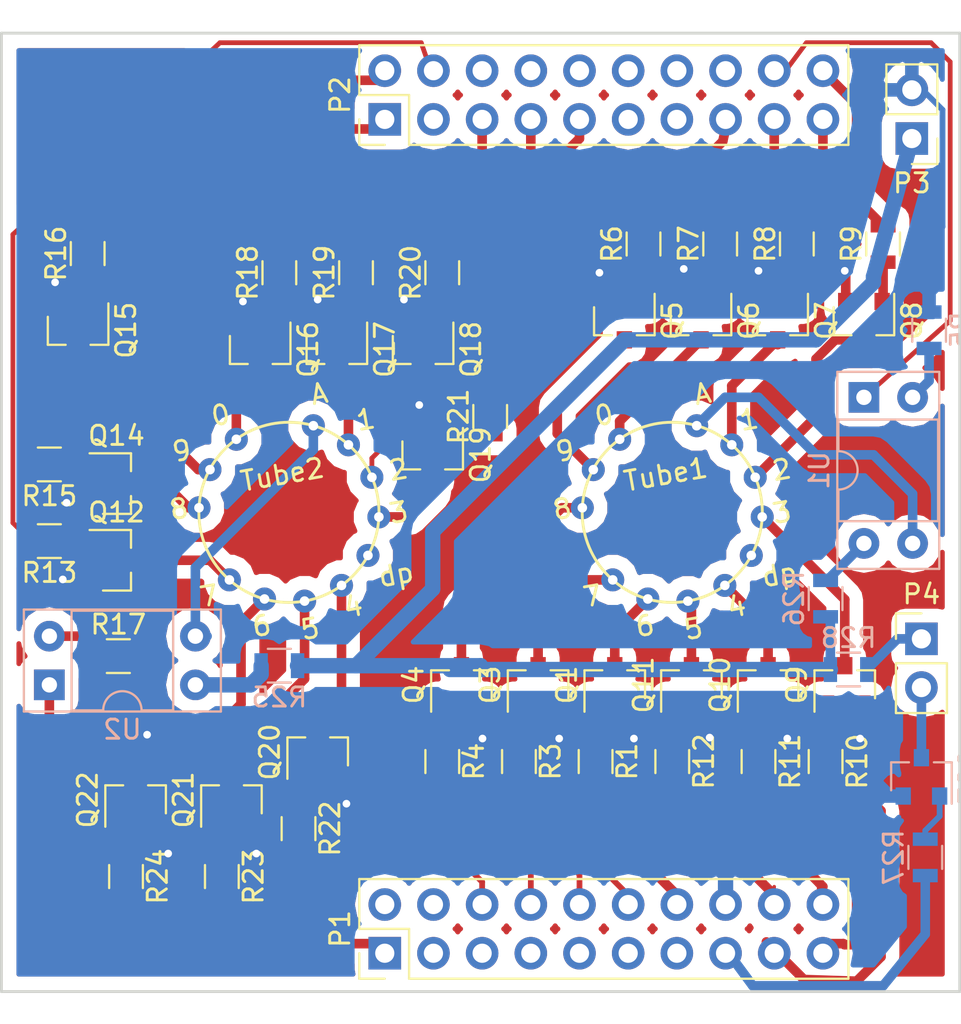
<source format=kicad_pcb>
(kicad_pcb (version 4) (host pcbnew 4.0.4-stable)
  (layers (0 F.Cu signal) (31 B.Cu signal hide) (34 B.Paste user) (35 F.Paste user) (36 B.SilkS user) (37 F.SilkS user) (38 B.Mask user) (39 F.Mask user) (44 Edge.Cuts user))
  (net 0 "")
  (net 1 "Net-(Q1-Pad1)")
  (net 2 GND)
  (net 3 "Net-(Q1-Pad3)")
  (net 4 "Net-(Q3-Pad1)")
  (net 5 "Net-(Q3-Pad3)")
  (net 6 "Net-(Q4-Pad1)")
  (net 7 "Net-(Q4-Pad3)")
  (net 8 "Net-(Q5-Pad1)")
  (net 9 "Net-(Q5-Pad3)")
  (net 10 "Net-(Q6-Pad1)")
  (net 11 "Net-(Q6-Pad3)")
  (net 12 "Net-(Q7-Pad1)")
  (net 13 "Net-(Q7-Pad3)")
  (net 14 "Net-(Q8-Pad1)")
  (net 15 "Net-(Q8-Pad3)")
  (net 16 "Net-(Q9-Pad1)")
  (net 17 "Net-(Q9-Pad3)")
  (net 18 "Net-(Q10-Pad1)")
  (net 19 "Net-(Q10-Pad3)")
  (net 20 "Net-(Q11-Pad1)")
  (net 21 "Net-(Q11-Pad3)")
  (net 22 "Net-(R5-Pad1)")
  (net 23 "Net-(Tube1-Pad12)")
  (net 24 VAA)
  (net 25 "Net-(P1-Pad2)")
  (net 26 "Net-(P1-Pad3)")
  (net 27 "Net-(P1-Pad5)")
  (net 28 "Net-(P1-Pad7)")
  (net 29 "Net-(P1-Pad9)")
  (net 30 "Net-(P1-Pad11)")
  (net 31 "Net-(P1-Pad13)")
  (net 32 "Net-(P2-Pad1)")
  (net 33 "Net-(P2-Pad5)")
  (net 34 "Net-(P2-Pad6)")
  (net 35 "Net-(P2-Pad8)")
  (net 36 "Net-(P2-Pad10)")
  (net 37 "Net-(P2-Pad12)")
  (net 38 "Net-(P2-Pad14)")
  (net 39 "Net-(P2-Pad15)")
  (net 40 "Net-(P2-Pad16)")
  (net 41 "Net-(Q12-Pad1)")
  (net 42 "Net-(Q12-Pad3)")
  (net 43 "Net-(Q14-Pad1)")
  (net 44 "Net-(Q14-Pad3)")
  (net 45 "Net-(Q15-Pad1)")
  (net 46 "Net-(Q15-Pad3)")
  (net 47 "Net-(Q16-Pad1)")
  (net 48 "Net-(Q16-Pad3)")
  (net 49 "Net-(Q17-Pad1)")
  (net 50 "Net-(Q17-Pad3)")
  (net 51 "Net-(Q18-Pad1)")
  (net 52 "Net-(Q18-Pad3)")
  (net 53 "Net-(Q19-Pad1)")
  (net 54 "Net-(Q19-Pad3)")
  (net 55 "Net-(Q20-Pad1)")
  (net 56 "Net-(Q20-Pad3)")
  (net 57 "Net-(Q21-Pad1)")
  (net 58 "Net-(Q21-Pad3)")
  (net 59 "Net-(Q22-Pad1)")
  (net 60 "Net-(Q22-Pad3)")
  (net 61 "Net-(R17-Pad1)")
  (net 62 "Net-(Tube2-Pad12)")
  (net 63 "Net-(R25-Pad1)")
  (net 64 "Net-(R26-Pad1)")
  (net 65 "Net-(Q23-Pad1)")
  (net 66 "Net-(P4-Pad2)")
  (net 67 "Net-(P4-Pad1)")
  (net 68 /2or54)
  (net 69 /5or56)
  (net 70 /7or58)
  (net 71 /15or66)
  (net 72 /17or68)
  (net 73 /19or70)
  (net 74 /21or71)
  (net 75 /27or73)
  (net 76 /26or74)
  (net 77 /29or75)
  (net 78 /28or76)
  (net 79 /99or52)
  (net 80 /98or51)
  (net 81 /97or50)
  (net 82 /92or47)
  (net 83 /90or43)
  (net 84 /88or41)
  (net 85 /86or39)
  (net 86 /82or35)
  (net 87 /81or34)
  (net 88 /78or33)
  (net 89 /77or30)
  (net 90 "Net-(Tube1-Pad11)")
  (net 91 "Net-(R21-Pad2)")
  (net 92 "Net-(Tube2-Pad11)")
  (module nixie-lib:zm1210-new (layer F.Cu) (at 125 100 190)
    (fp_text reference Tube1 (at 0 2 190) (layer F.SilkS))
    (fp_text value zm1210)
    (fp_text user dp (at -4.94 -4.17 190) (layer F.SilkS))
    (fp_text user 9 (at 4.95 4.13 190) (layer F.SilkS))
    (fp_text user 0 (at 2.63 5.61 190) (layer F.SilkS))
    (fp_text user A (at -2.63 5.81 190) (layer F.SilkS))
    (fp_text user 1 (at -4.78 4.07 190) (layer F.SilkS))
    (fp_text user 2 (at -6.01 1.2 190) (layer F.SilkS))
    (fp_text user 3 (at -5.64 -1.01 190) (layer F.SilkS))
    (fp_text user 4 (at -2.46 -5.43 190) (layer F.SilkS))
    (fp_text user 5 (at -0.03 -6.18 190) (layer F.SilkS))
    (fp_text user 6 (at 2.43 -5.59 190) (layer F.SilkS))
    (fp_text user 7 (at 4.86 -3.58 190) (layer F.SilkS))
    (fp_text user 8 (at 5.62 1.17 190) (layer F.SilkS))
    (pad 10 thru_hole circle (at 2.04 4.23 190) (size 1.2 1.2) (drill 0.5) (layers *.Cu *.Mask) (net 11 "Net-(Q6-Pad3)"))
    (pad 9 thru_hole circle (at 3.67 2.91 190) (size 1.2 1.2) (drill 0.5) (layers *.Cu *.Mask) (net 9 "Net-(Q5-Pad3)"))
    (pad 8 thru_hole circle (at 4.58 1.05 190) (size 1.2 1.2) (drill 0.5) (layers *.Cu *.Mask) (net 7 "Net-(Q4-Pad3)"))
    (pad 7 thru_hole circle (at 3.67 -2.93 190) (size 1.2 1.2) (drill 0.5) (layers *.Cu *.Mask) (net 5 "Net-(Q3-Pad3)"))
    (pad 6 thru_hole circle (at 2.04 -4.23 190) (size 1.2 1.2) (drill 0.5) (layers *.Cu *.Mask) (net 3 "Net-(Q1-Pad3)"))
    (pad 5 thru_hole circle (at 0 -4.7 190) (size 1.2 1.2) (drill 0.5) (layers *.Cu *.Mask) (net 21 "Net-(Q11-Pad3)"))
    (pad 4 thru_hole circle (at -2.04 -4.23 190) (size 1.2 1.2) (drill 0.5) (layers *.Cu *.Mask) (net 19 "Net-(Q10-Pad3)"))
    (pad 11 thru_hole circle (at -3.67 -2.93 190) (size 1.2 1.2) (drill 0.5) (layers *.Cu *.Mask) (net 90 "Net-(Tube1-Pad11)"))
    (pad 3 thru_hole circle (at -4.58 -1.05 190) (size 1.2 1.2) (drill 0.5) (layers *.Cu *.Mask) (net 17 "Net-(Q9-Pad3)"))
    (pad 2 thru_hole circle (at -4.58 1.05 190) (size 1.2 1.2) (drill 0.5) (layers *.Cu *.Mask) (net 15 "Net-(Q8-Pad3)"))
    (pad 1 thru_hole circle (at -3.67 2.93 190) (size 1.2 1.2) (drill 0.5) (layers *.Cu *.Mask) (net 13 "Net-(Q7-Pad3)"))
    (pad 12 thru_hole circle (at -2.04 4.23 190) (size 1.2 1.2) (drill 0.5) (layers *.Cu *.Mask) (net 23 "Net-(Tube1-Pad12)"))
  )
  (module nixie-lib:zm1210-new (layer F.Cu) (at 105 100 190)
    (fp_text reference Tube2 (at 0 2 190) (layer F.SilkS))
    (fp_text value zm1210)
    (fp_text user dp (at -4.94 -4.17 190) (layer F.SilkS))
    (fp_text user 9 (at 4.95 4.13 190) (layer F.SilkS))
    (fp_text user 0 (at 2.63 5.61 190) (layer F.SilkS))
    (fp_text user A (at -2.63 5.81 190) (layer F.SilkS))
    (fp_text user 1 (at -4.78 4.07 190) (layer F.SilkS))
    (fp_text user 2 (at -6.01 1.2 190) (layer F.SilkS))
    (fp_text user 3 (at -5.64 -1.01 190) (layer F.SilkS))
    (fp_text user 4 (at -2.46 -5.43 190) (layer F.SilkS))
    (fp_text user 5 (at -0.03 -6.18 190) (layer F.SilkS))
    (fp_text user 6 (at 2.43 -5.59 190) (layer F.SilkS))
    (fp_text user 7 (at 4.86 -3.58 190) (layer F.SilkS))
    (fp_text user 8 (at 5.62 1.17 190) (layer F.SilkS))
    (pad 10 thru_hole circle (at 2.04 4.23 190) (size 1.2 1.2) (drill 0.5) (layers *.Cu *.Mask) (net 48 "Net-(Q16-Pad3)"))
    (pad 9 thru_hole circle (at 3.67 2.91 190) (size 1.2 1.2) (drill 0.5) (layers *.Cu *.Mask) (net 46 "Net-(Q15-Pad3)"))
    (pad 8 thru_hole circle (at 4.58 1.05 190) (size 1.2 1.2) (drill 0.5) (layers *.Cu *.Mask) (net 44 "Net-(Q14-Pad3)"))
    (pad 7 thru_hole circle (at 3.67 -2.93 190) (size 1.2 1.2) (drill 0.5) (layers *.Cu *.Mask) (net 42 "Net-(Q12-Pad3)"))
    (pad 6 thru_hole circle (at 2.04 -4.23 190) (size 1.2 1.2) (drill 0.5) (layers *.Cu *.Mask) (net 60 "Net-(Q22-Pad3)"))
    (pad 5 thru_hole circle (at 0 -4.7 190) (size 1.2 1.2) (drill 0.5) (layers *.Cu *.Mask) (net 58 "Net-(Q21-Pad3)"))
    (pad 4 thru_hole circle (at -2.04 -4.23 190) (size 1.2 1.2) (drill 0.5) (layers *.Cu *.Mask) (net 56 "Net-(Q20-Pad3)"))
    (pad 11 thru_hole circle (at -3.67 -2.93 190) (size 1.2 1.2) (drill 0.5) (layers *.Cu *.Mask) (net 92 "Net-(Tube2-Pad11)"))
    (pad 3 thru_hole circle (at -4.58 -1.05 190) (size 1.2 1.2) (drill 0.5) (layers *.Cu *.Mask) (net 54 "Net-(Q19-Pad3)"))
    (pad 2 thru_hole circle (at -4.58 1.05 190) (size 1.2 1.2) (drill 0.5) (layers *.Cu *.Mask) (net 52 "Net-(Q18-Pad3)"))
    (pad 1 thru_hole circle (at -3.67 2.93 190) (size 1.2 1.2) (drill 0.5) (layers *.Cu *.Mask) (net 50 "Net-(Q17-Pad3)"))
    (pad 12 thru_hole circle (at -2.04 4.23 190) (size 1.2 1.2) (drill 0.5) (layers *.Cu *.Mask) (net 62 "Net-(Tube2-Pad12)"))
  )
  (module Pin_Headers:Pin_Header_Straight_1x02_Pitch2.54mm (layer F.Cu) (at 138 106.6)
    (fp_text reference P4 (at 0 -2.33) (layer F.SilkS))
    (fp_text value dot)
    (pad 1 thru_hole rect (at 0 0) (size 1.7 1.7) (drill 1) (layers *.Cu *.Mask) (net 67 "Net-(P4-Pad1)"))
    (pad 2 thru_hole oval (at 0 2.54) (size 1.7 1.7) (drill 1) (layers *.Cu *.Mask) (net 66 "Net-(P4-Pad2)"))
  )
  (module Housings_DIP:DIP-4_W7.62mm_Socket (layer B.Cu) (at 135 94 270)
    (fp_text reference U1 (at 3.81 2.33 270) (layer B.SilkS) (effects (justify mirror)))
    (fp_text value TLP627)
    (pad 1 thru_hole rect (at 0 0 270) (size 1.6 1.6) (drill 0.8) (layers *.Cu *.Mask) (net 87 /81or34))
    (pad 3 thru_hole oval (at 7.62 -2.54 270) (size 1.6 1.6) (drill 0.8) (layers *.Cu *.Mask) (net 23 "Net-(Tube1-Pad12)"))
    (pad 2 thru_hole oval (at 0 -2.54 270) (size 1.6 1.6) (drill 0.8) (layers *.Cu *.Mask) (net 22 "Net-(R5-Pad1)"))
    (pad 4 thru_hole oval (at 7.62 0 270) (size 1.6 1.6) (drill 0.8) (layers *.Cu *.Mask) (net 64 "Net-(R26-Pad1)"))
  )
  (module Pin_Headers:Pin_Header_Straight_2x10_Pitch2.54mm (layer F.Cu) (at 110 123 90)
    (fp_text reference P1 (at 1.27 -2.33 90) (layer F.SilkS))
    (fp_text value CONN_02X10)
    (pad 1 thru_hole rect (at 0 0 90) (size 1.7 1.7) (drill 1) (layers *.Cu *.Mask) (net 68 /2or54))
    (pad 2 thru_hole oval (at 2.54 0 90) (size 1.7 1.7) (drill 1) (layers *.Cu *.Mask) (net 25 "Net-(P1-Pad2)"))
    (pad 3 thru_hole oval (at 0 2.54 90) (size 1.7 1.7) (drill 1) (layers *.Cu *.Mask) (net 26 "Net-(P1-Pad3)"))
    (pad 4 thru_hole oval (at 2.54 2.54 90) (size 1.7 1.7) (drill 1) (layers *.Cu *.Mask) (net 25 "Net-(P1-Pad2)"))
    (pad 5 thru_hole oval (at 0 5.08 90) (size 1.7 1.7) (drill 1) (layers *.Cu *.Mask) (net 27 "Net-(P1-Pad5)"))
    (pad 6 thru_hole oval (at 2.54 5.08 90) (size 1.7 1.7) (drill 1) (layers *.Cu *.Mask) (net 69 /5or56))
    (pad 7 thru_hole oval (at 0 7.62 90) (size 1.7 1.7) (drill 1) (layers *.Cu *.Mask) (net 28 "Net-(P1-Pad7)"))
    (pad 8 thru_hole oval (at 2.54 7.62 90) (size 1.7 1.7) (drill 1) (layers *.Cu *.Mask) (net 70 /7or58))
    (pad 9 thru_hole oval (at 0 10.16 90) (size 1.7 1.7) (drill 1) (layers *.Cu *.Mask) (net 29 "Net-(P1-Pad9)"))
    (pad 10 thru_hole oval (at 2.54 10.16 90) (size 1.7 1.7) (drill 1) (layers *.Cu *.Mask) (net 71 /15or66))
    (pad 11 thru_hole oval (at 0 12.7 90) (size 1.7 1.7) (drill 1) (layers *.Cu *.Mask) (net 30 "Net-(P1-Pad11)"))
    (pad 12 thru_hole oval (at 2.54 12.7 90) (size 1.7 1.7) (drill 1) (layers *.Cu *.Mask) (net 72 /17or68))
    (pad 13 thru_hole oval (at 0 15.24 90) (size 1.7 1.7) (drill 1) (layers *.Cu *.Mask) (net 31 "Net-(P1-Pad13)"))
    (pad 14 thru_hole oval (at 2.54 15.24 90) (size 1.7 1.7) (drill 1) (layers *.Cu *.Mask) (net 73 /19or70))
    (pad 15 thru_hole oval (at 0 17.78 90) (size 1.7 1.7) (drill 1) (layers *.Cu *.Mask) (net 74 /21or71))
    (pad 16 thru_hole oval (at 2.54 17.78 90) (size 1.7 1.7) (drill 1) (layers *.Cu *.Mask) (net 2 GND))
    (pad 17 thru_hole oval (at 0 20.32 90) (size 1.7 1.7) (drill 1) (layers *.Cu *.Mask) (net 75 /27or73))
    (pad 18 thru_hole oval (at 2.54 20.32 90) (size 1.7 1.7) (drill 1) (layers *.Cu *.Mask) (net 76 /26or74))
    (pad 19 thru_hole oval (at 0 22.86 90) (size 1.7 1.7) (drill 1) (layers *.Cu *.Mask) (net 77 /29or75))
    (pad 20 thru_hole oval (at 2.54 22.86 90) (size 1.7 1.7) (drill 1) (layers *.Cu *.Mask) (net 78 /28or76))
  )
  (module Pin_Headers:Pin_Header_Straight_2x10_Pitch2.54mm (layer F.Cu) (at 110 79.5 90)
    (fp_text reference P2 (at 1.27 -2.33 90) (layer F.SilkS))
    (fp_text value CONN_02X10)
    (pad 1 thru_hole rect (at 0 0 90) (size 1.7 1.7) (drill 1) (layers *.Cu *.Mask) (net 32 "Net-(P2-Pad1)"))
    (pad 2 thru_hole oval (at 2.54 0 90) (size 1.7 1.7) (drill 1) (layers *.Cu *.Mask) (net 79 /99or52))
    (pad 3 thru_hole oval (at 0 2.54 90) (size 1.7 1.7) (drill 1) (layers *.Cu *.Mask) (net 80 /98or51))
    (pad 4 thru_hole oval (at 2.54 2.54 90) (size 1.7 1.7) (drill 1) (layers *.Cu *.Mask) (net 81 /97or50))
    (pad 5 thru_hole oval (at 0 5.08 90) (size 1.7 1.7) (drill 1) (layers *.Cu *.Mask) (net 33 "Net-(P2-Pad5)"))
    (pad 6 thru_hole oval (at 2.54 5.08 90) (size 1.7 1.7) (drill 1) (layers *.Cu *.Mask) (net 34 "Net-(P2-Pad6)"))
    (pad 7 thru_hole oval (at 0 7.62 90) (size 1.7 1.7) (drill 1) (layers *.Cu *.Mask) (net 82 /92or47))
    (pad 8 thru_hole oval (at 2.54 7.62 90) (size 1.7 1.7) (drill 1) (layers *.Cu *.Mask) (net 35 "Net-(P2-Pad8)"))
    (pad 9 thru_hole oval (at 0 10.16 90) (size 1.7 1.7) (drill 1) (layers *.Cu *.Mask) (net 83 /90or43))
    (pad 10 thru_hole oval (at 2.54 10.16 90) (size 1.7 1.7) (drill 1) (layers *.Cu *.Mask) (net 36 "Net-(P2-Pad10)"))
    (pad 11 thru_hole oval (at 0 12.7 90) (size 1.7 1.7) (drill 1) (layers *.Cu *.Mask) (net 84 /88or41))
    (pad 12 thru_hole oval (at 2.54 12.7 90) (size 1.7 1.7) (drill 1) (layers *.Cu *.Mask) (net 37 "Net-(P2-Pad12)"))
    (pad 13 thru_hole oval (at 0 15.24 90) (size 1.7 1.7) (drill 1) (layers *.Cu *.Mask) (net 85 /86or39))
    (pad 14 thru_hole oval (at 2.54 15.24 90) (size 1.7 1.7) (drill 1) (layers *.Cu *.Mask) (net 38 "Net-(P2-Pad14)"))
    (pad 15 thru_hole oval (at 0 17.78 90) (size 1.7 1.7) (drill 1) (layers *.Cu *.Mask) (net 39 "Net-(P2-Pad15)"))
    (pad 16 thru_hole oval (at 2.54 17.78 90) (size 1.7 1.7) (drill 1) (layers *.Cu *.Mask) (net 40 "Net-(P2-Pad16)"))
    (pad 17 thru_hole oval (at 0 20.32 90) (size 1.7 1.7) (drill 1) (layers *.Cu *.Mask) (net 86 /82or35))
    (pad 18 thru_hole oval (at 2.54 20.32 90) (size 1.7 1.7) (drill 1) (layers *.Cu *.Mask) (net 87 /81or34))
    (pad 19 thru_hole oval (at 0 22.86 90) (size 1.7 1.7) (drill 1) (layers *.Cu *.Mask) (net 88 /78or33))
    (pad 20 thru_hole oval (at 2.54 22.86 90) (size 1.7 1.7) (drill 1) (layers *.Cu *.Mask) (net 89 /77or30))
  )
  (module Housings_DIP:DIP-4_W7.62mm_Socket (layer B.Cu) (at 92.5 109)
    (fp_text reference U2 (at 3.81 2.33) (layer B.SilkS) (effects (justify mirror)))
    (fp_text value TLP627)
    (pad 1 thru_hole rect (at 0 0) (size 1.6 1.6) (drill 0.8) (layers *.Cu *.Mask) (net 68 /2or54))
    (pad 3 thru_hole oval (at 7.62 -2.54) (size 1.6 1.6) (drill 0.8) (layers *.Cu *.Mask) (net 62 "Net-(Tube2-Pad12)"))
    (pad 2 thru_hole oval (at 0 -2.54) (size 1.6 1.6) (drill 0.8) (layers *.Cu *.Mask) (net 61 "Net-(R17-Pad1)"))
    (pad 4 thru_hole oval (at 7.62 0) (size 1.6 1.6) (drill 0.8) (layers *.Cu *.Mask) (net 63 "Net-(R25-Pad1)"))
  )
  (module TO_SOT_Packages_SMD:SOT-23 (layer F.Cu) (at 122 109 90)
    (fp_text reference Q1 (at 0 -2.5 90) (layer F.SilkS))
    (fp_text value BC850)
    (pad 1 smd rect (at -1 -0.95 90) (size 0.9 0.8) (layers F.Cu F.Paste F.Mask) (net 1 "Net-(Q1-Pad1)"))
    (pad 2 smd rect (at -1 0.95 90) (size 0.9 0.8) (layers F.Cu F.Paste F.Mask) (net 2 GND))
    (pad 3 smd rect (at 1 0 90) (size 0.9 0.8) (layers F.Cu F.Paste F.Mask) (net 3 "Net-(Q1-Pad3)"))
  )
  (module TO_SOT_Packages_SMD:SOT-23 (layer F.Cu) (at 118 109 90)
    (fp_text reference Q3 (at 0 -2.5 90) (layer F.SilkS))
    (fp_text value BC850)
    (pad 1 smd rect (at -1 -0.95 90) (size 0.9 0.8) (layers F.Cu F.Paste F.Mask) (net 4 "Net-(Q3-Pad1)"))
    (pad 2 smd rect (at -1 0.95 90) (size 0.9 0.8) (layers F.Cu F.Paste F.Mask) (net 2 GND))
    (pad 3 smd rect (at 1 0 90) (size 0.9 0.8) (layers F.Cu F.Paste F.Mask) (net 5 "Net-(Q3-Pad3)"))
  )
  (module TO_SOT_Packages_SMD:SOT-23 (layer F.Cu) (at 114 109 90)
    (fp_text reference Q4 (at 0 -2.5 90) (layer F.SilkS))
    (fp_text value BC850)
    (pad 1 smd rect (at -1 -0.95 90) (size 0.9 0.8) (layers F.Cu F.Paste F.Mask) (net 6 "Net-(Q4-Pad1)"))
    (pad 2 smd rect (at -1 0.95 90) (size 0.9 0.8) (layers F.Cu F.Paste F.Mask) (net 2 GND))
    (pad 3 smd rect (at 1 0 90) (size 0.9 0.8) (layers F.Cu F.Paste F.Mask) (net 7 "Net-(Q4-Pad3)"))
  )
  (module TO_SOT_Packages_SMD:SOT-23 (layer F.Cu) (at 122.5 90 270)
    (fp_text reference Q5 (at 0 -2.5 270) (layer F.SilkS))
    (fp_text value BC850)
    (pad 1 smd rect (at -1 -0.95 270) (size 0.9 0.8) (layers F.Cu F.Paste F.Mask) (net 8 "Net-(Q5-Pad1)"))
    (pad 2 smd rect (at -1 0.95 270) (size 0.9 0.8) (layers F.Cu F.Paste F.Mask) (net 2 GND))
    (pad 3 smd rect (at 1 0 270) (size 0.9 0.8) (layers F.Cu F.Paste F.Mask) (net 9 "Net-(Q5-Pad3)"))
  )
  (module TO_SOT_Packages_SMD:SOT-23 (layer F.Cu) (at 126.5 90 270)
    (fp_text reference Q6 (at 0 -2.5 270) (layer F.SilkS))
    (fp_text value BC850)
    (pad 1 smd rect (at -1 -0.95 270) (size 0.9 0.8) (layers F.Cu F.Paste F.Mask) (net 10 "Net-(Q6-Pad1)"))
    (pad 2 smd rect (at -1 0.95 270) (size 0.9 0.8) (layers F.Cu F.Paste F.Mask) (net 2 GND))
    (pad 3 smd rect (at 1 0 270) (size 0.9 0.8) (layers F.Cu F.Paste F.Mask) (net 11 "Net-(Q6-Pad3)"))
  )
  (module TO_SOT_Packages_SMD:SOT-23 (layer F.Cu) (at 130.5 90 270)
    (fp_text reference Q7 (at 0 -2.5 270) (layer F.SilkS))
    (fp_text value BC850)
    (pad 1 smd rect (at -1 -0.95 270) (size 0.9 0.8) (layers F.Cu F.Paste F.Mask) (net 12 "Net-(Q7-Pad1)"))
    (pad 2 smd rect (at -1 0.95 270) (size 0.9 0.8) (layers F.Cu F.Paste F.Mask) (net 2 GND))
    (pad 3 smd rect (at 1 0 270) (size 0.9 0.8) (layers F.Cu F.Paste F.Mask) (net 13 "Net-(Q7-Pad3)"))
  )
  (module TO_SOT_Packages_SMD:SOT-23 (layer F.Cu) (at 135 90 270)
    (fp_text reference Q8 (at 0 -2.5 270) (layer F.SilkS))
    (fp_text value BC850)
    (pad 1 smd rect (at -1 -0.95 270) (size 0.9 0.8) (layers F.Cu F.Paste F.Mask) (net 14 "Net-(Q8-Pad1)"))
    (pad 2 smd rect (at -1 0.95 270) (size 0.9 0.8) (layers F.Cu F.Paste F.Mask) (net 2 GND))
    (pad 3 smd rect (at 1 0 270) (size 0.9 0.8) (layers F.Cu F.Paste F.Mask) (net 15 "Net-(Q8-Pad3)"))
  )
  (module TO_SOT_Packages_SMD:SOT-23 (layer F.Cu) (at 134 109 90)
    (fp_text reference Q9 (at 0 -2.5 90) (layer F.SilkS))
    (fp_text value BC850)
    (pad 1 smd rect (at -1 -0.95 90) (size 0.9 0.8) (layers F.Cu F.Paste F.Mask) (net 16 "Net-(Q9-Pad1)"))
    (pad 2 smd rect (at -1 0.95 90) (size 0.9 0.8) (layers F.Cu F.Paste F.Mask) (net 2 GND))
    (pad 3 smd rect (at 1 0 90) (size 0.9 0.8) (layers F.Cu F.Paste F.Mask) (net 17 "Net-(Q9-Pad3)"))
  )
  (module TO_SOT_Packages_SMD:SOT-23 (layer F.Cu) (at 130 109 90)
    (fp_text reference Q10 (at 0 -2.5 90) (layer F.SilkS))
    (fp_text value BC850)
    (pad 1 smd rect (at -1 -0.95 90) (size 0.9 0.8) (layers F.Cu F.Paste F.Mask) (net 18 "Net-(Q10-Pad1)"))
    (pad 2 smd rect (at -1 0.95 90) (size 0.9 0.8) (layers F.Cu F.Paste F.Mask) (net 2 GND))
    (pad 3 smd rect (at 1 0 90) (size 0.9 0.8) (layers F.Cu F.Paste F.Mask) (net 19 "Net-(Q10-Pad3)"))
  )
  (module TO_SOT_Packages_SMD:SOT-23 (layer F.Cu) (at 126 109 90)
    (fp_text reference Q11 (at 0 -2.5 90) (layer F.SilkS))
    (fp_text value BC850)
    (pad 1 smd rect (at -1 -0.95 90) (size 0.9 0.8) (layers F.Cu F.Paste F.Mask) (net 20 "Net-(Q11-Pad1)"))
    (pad 2 smd rect (at -1 0.95 90) (size 0.9 0.8) (layers F.Cu F.Paste F.Mask) (net 2 GND))
    (pad 3 smd rect (at 1 0 90) (size 0.9 0.8) (layers F.Cu F.Paste F.Mask) (net 21 "Net-(Q11-Pad3)"))
  )
  (module TO_SOT_Packages_SMD:SOT-23 (layer F.Cu) (at 96 102.5)
    (fp_text reference Q12 (at 0 -2.5) (layer F.SilkS))
    (fp_text value BC850)
    (pad 1 smd rect (at -1 -0.95) (size 0.9 0.8) (layers F.Cu F.Paste F.Mask) (net 41 "Net-(Q12-Pad1)"))
    (pad 2 smd rect (at -1 0.95) (size 0.9 0.8) (layers F.Cu F.Paste F.Mask) (net 2 GND))
    (pad 3 smd rect (at 1 0) (size 0.9 0.8) (layers F.Cu F.Paste F.Mask) (net 42 "Net-(Q12-Pad3)"))
  )
  (module TO_SOT_Packages_SMD:SOT-23 (layer F.Cu) (at 96 98.5)
    (fp_text reference Q14 (at 0 -2.5) (layer F.SilkS))
    (fp_text value BC850)
    (pad 1 smd rect (at -1 -0.95) (size 0.9 0.8) (layers F.Cu F.Paste F.Mask) (net 43 "Net-(Q14-Pad1)"))
    (pad 2 smd rect (at -1 0.95) (size 0.9 0.8) (layers F.Cu F.Paste F.Mask) (net 2 GND))
    (pad 3 smd rect (at 1 0) (size 0.9 0.8) (layers F.Cu F.Paste F.Mask) (net 44 "Net-(Q14-Pad3)"))
  )
  (module TO_SOT_Packages_SMD:SOT-23 (layer F.Cu) (at 94 90.5 270)
    (fp_text reference Q15 (at 0 -2.5 270) (layer F.SilkS))
    (fp_text value BC850)
    (pad 1 smd rect (at -1 -0.95 270) (size 0.9 0.8) (layers F.Cu F.Paste F.Mask) (net 45 "Net-(Q15-Pad1)"))
    (pad 2 smd rect (at -1 0.95 270) (size 0.9 0.8) (layers F.Cu F.Paste F.Mask) (net 2 GND))
    (pad 3 smd rect (at 1 0 270) (size 0.9 0.8) (layers F.Cu F.Paste F.Mask) (net 46 "Net-(Q15-Pad3)"))
  )
  (module TO_SOT_Packages_SMD:SOT-23 (layer F.Cu) (at 103.5 91.5 270)
    (fp_text reference Q16 (at 0 -2.5 270) (layer F.SilkS))
    (fp_text value BC850)
    (pad 1 smd rect (at -1 -0.95 270) (size 0.9 0.8) (layers F.Cu F.Paste F.Mask) (net 47 "Net-(Q16-Pad1)"))
    (pad 2 smd rect (at -1 0.95 270) (size 0.9 0.8) (layers F.Cu F.Paste F.Mask) (net 2 GND))
    (pad 3 smd rect (at 1 0 270) (size 0.9 0.8) (layers F.Cu F.Paste F.Mask) (net 48 "Net-(Q16-Pad3)"))
  )
  (module TO_SOT_Packages_SMD:SOT-23 (layer F.Cu) (at 107.5 91.5 270)
    (fp_text reference Q17 (at 0 -2.5 270) (layer F.SilkS))
    (fp_text value BC850)
    (pad 1 smd rect (at -1 -0.95 270) (size 0.9 0.8) (layers F.Cu F.Paste F.Mask) (net 49 "Net-(Q17-Pad1)"))
    (pad 2 smd rect (at -1 0.95 270) (size 0.9 0.8) (layers F.Cu F.Paste F.Mask) (net 2 GND))
    (pad 3 smd rect (at 1 0 270) (size 0.9 0.8) (layers F.Cu F.Paste F.Mask) (net 50 "Net-(Q17-Pad3)"))
  )
  (module TO_SOT_Packages_SMD:SOT-23 (layer F.Cu) (at 112 91.5 270)
    (fp_text reference Q18 (at 0 -2.5 270) (layer F.SilkS))
    (fp_text value BC850)
    (pad 1 smd rect (at -1 -0.95 270) (size 0.9 0.8) (layers F.Cu F.Paste F.Mask) (net 51 "Net-(Q18-Pad1)"))
    (pad 2 smd rect (at -1 0.95 270) (size 0.9 0.8) (layers F.Cu F.Paste F.Mask) (net 2 GND))
    (pad 3 smd rect (at 1 0 270) (size 0.9 0.8) (layers F.Cu F.Paste F.Mask) (net 52 "Net-(Q18-Pad3)"))
  )
  (module TO_SOT_Packages_SMD:SOT-23 (layer F.Cu) (at 112.5 97 270)
    (fp_text reference Q19 (at 0 -2.5 270) (layer F.SilkS))
    (fp_text value BC850 hide)
    (pad 1 smd rect (at -1 -0.95 270) (size 0.9 0.8) (layers F.Cu F.Paste F.Mask) (net 53 "Net-(Q19-Pad1)"))
    (pad 2 smd rect (at -1 0.95 270) (size 0.9 0.8) (layers F.Cu F.Paste F.Mask) (net 2 GND))
    (pad 3 smd rect (at 1 0 270) (size 0.9 0.8) (layers F.Cu F.Paste F.Mask) (net 54 "Net-(Q19-Pad3)"))
  )
  (module TO_SOT_Packages_SMD:SOT-23 (layer F.Cu) (at 106.5 112.5 90)
    (fp_text reference Q20 (at 0 -2.5 90) (layer F.SilkS))
    (fp_text value BC850)
    (pad 1 smd rect (at -1 -0.95 90) (size 0.9 0.8) (layers F.Cu F.Paste F.Mask) (net 55 "Net-(Q20-Pad1)"))
    (pad 2 smd rect (at -1 0.95 90) (size 0.9 0.8) (layers F.Cu F.Paste F.Mask) (net 2 GND))
    (pad 3 smd rect (at 1 0 90) (size 0.9 0.8) (layers F.Cu F.Paste F.Mask) (net 56 "Net-(Q20-Pad3)"))
  )
  (module TO_SOT_Packages_SMD:SOT-23 (layer F.Cu) (at 102 115 90)
    (fp_text reference Q21 (at 0 -2.5 90) (layer F.SilkS))
    (fp_text value BC850)
    (pad 1 smd rect (at -1 -0.95 90) (size 0.9 0.8) (layers F.Cu F.Paste F.Mask) (net 57 "Net-(Q21-Pad1)"))
    (pad 2 smd rect (at -1 0.95 90) (size 0.9 0.8) (layers F.Cu F.Paste F.Mask) (net 2 GND))
    (pad 3 smd rect (at 1 0 90) (size 0.9 0.8) (layers F.Cu F.Paste F.Mask) (net 58 "Net-(Q21-Pad3)"))
  )
  (module TO_SOT_Packages_SMD:SOT-23 (layer F.Cu) (at 97 115 90)
    (fp_text reference Q22 (at 0 -2.5 90) (layer F.SilkS))
    (fp_text value BC850)
    (pad 1 smd rect (at -1 -0.95 90) (size 0.9 0.8) (layers F.Cu F.Paste F.Mask) (net 59 "Net-(Q22-Pad1)"))
    (pad 2 smd rect (at -1 0.95 90) (size 0.9 0.8) (layers F.Cu F.Paste F.Mask) (net 2 GND))
    (pad 3 smd rect (at 1 0 90) (size 0.9 0.8) (layers F.Cu F.Paste F.Mask) (net 60 "Net-(Q22-Pad3)"))
  )
  (module Resistors_SMD:R_0805 (layer F.Cu) (at 121 113 270)
    (fp_text reference R1 (at 0 -1.65 270) (layer F.SilkS))
    (fp_text value 47k)
    (pad 1 smd rect (at -0.95 0 270) (size 0.7 1.3) (layers F.Cu F.Paste F.Mask) (net 1 "Net-(Q1-Pad1)"))
    (pad 2 smd rect (at 0.95 0 270) (size 0.7 1.3) (layers F.Cu F.Paste F.Mask) (net 76 /26or74))
  )
  (module Resistors_SMD:R_0805 (layer F.Cu) (at 113 113 270)
    (fp_text reference R4 (at 0 -1.65 270) (layer F.SilkS))
    (fp_text value 47k)
    (pad 1 smd rect (at -0.95 0 270) (size 0.7 1.3) (layers F.Cu F.Paste F.Mask) (net 6 "Net-(Q4-Pad1)"))
    (pad 2 smd rect (at 0.95 0 270) (size 0.7 1.3) (layers F.Cu F.Paste F.Mask) (net 72 /17or68))
  )
  (module Resistors_SMD:R_0805 (layer B.Cu) (at 138.4 90.5 90)
    (fp_text reference R5 (at 0 1.65 90) (layer B.SilkS) (effects (justify mirror)))
    (fp_text value 47k)
    (pad 1 smd rect (at -0.95 0 90) (size 0.7 1.3) (layers B.Cu B.Paste B.Mask) (net 22 "Net-(R5-Pad1)"))
    (pad 2 smd rect (at 0.95 0 90) (size 0.7 1.3) (layers B.Cu B.Paste B.Mask) (net 2 GND))
  )
  (module Resistors_SMD:R_0805 (layer F.Cu) (at 123.5 86 90)
    (fp_text reference R6 (at 0 -1.65 90) (layer F.SilkS))
    (fp_text value 47k)
    (pad 1 smd rect (at -0.95 0 90) (size 0.7 1.3) (layers F.Cu F.Paste F.Mask) (net 8 "Net-(Q5-Pad1)"))
    (pad 2 smd rect (at 0.95 0 90) (size 0.7 1.3) (layers F.Cu F.Paste F.Mask) (net 39 "Net-(P2-Pad15)"))
  )
  (module Resistors_SMD:R_0805 (layer F.Cu) (at 127.5 86 90)
    (fp_text reference R7 (at 0 -1.65 90) (layer F.SilkS))
    (fp_text value 47k)
    (pad 1 smd rect (at -0.95 0 90) (size 0.7 1.3) (layers F.Cu F.Paste F.Mask) (net 10 "Net-(Q6-Pad1)"))
    (pad 2 smd rect (at 0.95 0 90) (size 0.7 1.3) (layers F.Cu F.Paste F.Mask) (net 86 /82or35))
  )
  (module Resistors_SMD:R_0805 (layer F.Cu) (at 131.5 86 90)
    (fp_text reference R8 (at 0 -1.65 90) (layer F.SilkS))
    (fp_text value 47k)
    (pad 1 smd rect (at -0.95 0 90) (size 0.7 1.3) (layers F.Cu F.Paste F.Mask) (net 12 "Net-(Q7-Pad1)"))
    (pad 2 smd rect (at 0.95 0 90) (size 0.7 1.3) (layers F.Cu F.Paste F.Mask) (net 88 /78or33))
  )
  (module Resistors_SMD:R_0805 (layer F.Cu) (at 136 86 90)
    (fp_text reference R9 (at 0 -1.65 90) (layer F.SilkS))
    (fp_text value 47k)
    (pad 1 smd rect (at -0.95 0 90) (size 0.7 1.3) (layers F.Cu F.Paste F.Mask) (net 14 "Net-(Q8-Pad1)"))
    (pad 2 smd rect (at 0.95 0 90) (size 0.7 1.3) (layers F.Cu F.Paste F.Mask) (net 89 /77or30))
  )
  (module Resistors_SMD:R_0805 (layer F.Cu) (at 133 113 270)
    (fp_text reference R10 (at 0 -1.65 270) (layer F.SilkS))
    (fp_text value 47k)
    (pad 1 smd rect (at -0.95 0 270) (size 0.7 1.3) (layers F.Cu F.Paste F.Mask) (net 16 "Net-(Q9-Pad1)"))
    (pad 2 smd rect (at 0.95 0 270) (size 0.7 1.3) (layers F.Cu F.Paste F.Mask) (net 75 /27or73))
  )
  (module Resistors_SMD:R_0805 (layer F.Cu) (at 129.5 113 270)
    (fp_text reference R11 (at 0 -1.65 270) (layer F.SilkS))
    (fp_text value 47k)
    (pad 1 smd rect (at -0.95 0 270) (size 0.7 1.3) (layers F.Cu F.Paste F.Mask) (net 18 "Net-(Q10-Pad1)"))
    (pad 2 smd rect (at 0.95 0 270) (size 0.7 1.3) (layers F.Cu F.Paste F.Mask) (net 77 /29or75))
  )
  (module Resistors_SMD:R_0805 (layer F.Cu) (at 125 113 270)
    (fp_text reference R12 (at 0 -1.65 270) (layer F.SilkS))
    (fp_text value 47k)
    (pad 1 smd rect (at -0.95 0 270) (size 0.7 1.3) (layers F.Cu F.Paste F.Mask) (net 20 "Net-(Q11-Pad1)"))
    (pad 2 smd rect (at 0.95 0 270) (size 0.7 1.3) (layers F.Cu F.Paste F.Mask) (net 78 /28or76))
  )
  (module Resistors_SMD:R_0805 (layer F.Cu) (at 117 113 270)
    (fp_text reference R3 (at 0 -1.65 270) (layer F.SilkS))
    (fp_text value 47k)
    (pad 1 smd rect (at -0.95 0 270) (size 0.7 1.3) (layers F.Cu F.Paste F.Mask) (net 4 "Net-(Q3-Pad1)"))
    (pad 2 smd rect (at 0.95 0 270) (size 0.7 1.3) (layers F.Cu F.Paste F.Mask) (net 73 /19or70))
  )
  (module Resistors_SMD:R_0805 (layer F.Cu) (at 92.5 101.5 180)
    (fp_text reference R13 (at 0 -1.65 180) (layer F.SilkS))
    (fp_text value 47k)
    (pad 1 smd rect (at -0.95 0 180) (size 0.7 1.3) (layers F.Cu F.Paste F.Mask) (net 41 "Net-(Q12-Pad1)"))
    (pad 2 smd rect (at 0.95 0 180) (size 0.7 1.3) (layers F.Cu F.Paste F.Mask) (net 81 /97or50))
  )
  (module Resistors_SMD:R_0805 (layer F.Cu) (at 92.5 97.5 180)
    (fp_text reference R15 (at 0 -1.65 180) (layer F.SilkS))
    (fp_text value 47k)
    (pad 1 smd rect (at -0.95 0 180) (size 0.7 1.3) (layers F.Cu F.Paste F.Mask) (net 43 "Net-(Q14-Pad1)"))
    (pad 2 smd rect (at 0.95 0 180) (size 0.7 1.3) (layers F.Cu F.Paste F.Mask) (net 79 /99or52))
  )
  (module Resistors_SMD:R_0805 (layer F.Cu) (at 94.5 86.5 90)
    (fp_text reference R16 (at 0 -1.65 90) (layer F.SilkS))
    (fp_text value 47k)
    (pad 1 smd rect (at -0.95 0 90) (size 0.7 1.3) (layers F.Cu F.Paste F.Mask) (net 45 "Net-(Q15-Pad1)"))
    (pad 2 smd rect (at 0.95 0 90) (size 0.7 1.3) (layers F.Cu F.Paste F.Mask) (net 32 "Net-(P2-Pad1)"))
  )
  (module Resistors_SMD:R_0805 (layer F.Cu) (at 96.1 107.5)
    (fp_text reference R17 (at 0 -1.65) (layer F.SilkS))
    (fp_text value 47k)
    (pad 1 smd rect (at -0.95 0) (size 0.7 1.3) (layers F.Cu F.Paste F.Mask) (net 61 "Net-(R17-Pad1)"))
    (pad 2 smd rect (at 0.95 0) (size 0.7 1.3) (layers F.Cu F.Paste F.Mask) (net 2 GND))
  )
  (module Resistors_SMD:R_0805 (layer F.Cu) (at 104.5 87.5 90)
    (fp_text reference R18 (at 0 -1.65 90) (layer F.SilkS))
    (fp_text value 47k)
    (pad 1 smd rect (at -0.95 0 90) (size 0.7 1.3) (layers F.Cu F.Paste F.Mask) (net 47 "Net-(Q16-Pad1)"))
    (pad 2 smd rect (at 0.95 0 90) (size 0.7 1.3) (layers F.Cu F.Paste F.Mask) (net 33 "Net-(P2-Pad5)"))
  )
  (module Resistors_SMD:R_0805 (layer F.Cu) (at 108.5 87.5 90)
    (fp_text reference R19 (at 0 -1.65 90) (layer F.SilkS))
    (fp_text value 47k)
    (pad 1 smd rect (at -0.95 0 90) (size 0.7 1.3) (layers F.Cu F.Paste F.Mask) (net 49 "Net-(Q17-Pad1)"))
    (pad 2 smd rect (at 0.95 0 90) (size 0.7 1.3) (layers F.Cu F.Paste F.Mask) (net 82 /92or47))
  )
  (module Resistors_SMD:R_0805 (layer F.Cu) (at 113 87.5 90)
    (fp_text reference R20 (at 0 -1.65 90) (layer F.SilkS))
    (fp_text value 47k)
    (pad 1 smd rect (at -0.95 0 90) (size 0.7 1.3) (layers F.Cu F.Paste F.Mask) (net 51 "Net-(Q18-Pad1)"))
    (pad 2 smd rect (at 0.95 0 90) (size 0.7 1.3) (layers F.Cu F.Paste F.Mask) (net 83 /90or43))
  )
  (module Resistors_SMD:R_0805 (layer F.Cu) (at 115.5 95 90)
    (fp_text reference R21 (at 0 -1.65 90) (layer F.SilkS))
    (fp_text value 47k)
    (pad 1 smd rect (at -0.95 0 90) (size 0.7 1.3) (layers F.Cu F.Paste F.Mask) (net 53 "Net-(Q19-Pad1)"))
    (pad 2 smd rect (at 0.95 0 90) (size 0.7 1.3) (layers F.Cu F.Paste F.Mask) (net 91 "Net-(R21-Pad2)"))
  )
  (module Resistors_SMD:R_0805 (layer F.Cu) (at 105.5 116.5 270)
    (fp_text reference R22 (at 0 -1.65 270) (layer F.SilkS))
    (fp_text value 47k)
    (pad 1 smd rect (at -0.95 0 270) (size 0.7 1.3) (layers F.Cu F.Paste F.Mask) (net 55 "Net-(Q20-Pad1)"))
    (pad 2 smd rect (at 0.95 0 270) (size 0.7 1.3) (layers F.Cu F.Paste F.Mask) (net 71 /15or66))
  )
  (module Resistors_SMD:R_0805 (layer F.Cu) (at 101.5 119 270)
    (fp_text reference R23 (at 0 -1.65 270) (layer F.SilkS))
    (fp_text value 47k)
    (pad 1 smd rect (at -0.95 0 270) (size 0.7 1.3) (layers F.Cu F.Paste F.Mask) (net 57 "Net-(Q21-Pad1)"))
    (pad 2 smd rect (at 0.95 0 270) (size 0.7 1.3) (layers F.Cu F.Paste F.Mask) (net 70 /7or58))
  )
  (module Resistors_SMD:R_0805 (layer F.Cu) (at 96.5 119 270)
    (fp_text reference R24 (at 0 -1.65 270) (layer F.SilkS))
    (fp_text value 47k)
    (pad 1 smd rect (at -0.95 0 270) (size 0.7 1.3) (layers F.Cu F.Paste F.Mask) (net 59 "Net-(Q22-Pad1)"))
    (pad 2 smd rect (at 0.95 0 270) (size 0.7 1.3) (layers F.Cu F.Paste F.Mask) (net 69 /5or56))
  )
  (module Resistors_SMD:R_0805 (layer B.Cu) (at 104.5 108)
    (fp_text reference R25 (at 0 1.65) (layer B.SilkS) (effects (justify mirror)))
    (fp_text value 60k)
    (pad 1 smd rect (at -0.95 0) (size 0.7 1.3) (layers B.Cu B.Paste B.Mask) (net 63 "Net-(R25-Pad1)"))
    (pad 2 smd rect (at 0.95 0) (size 0.7 1.3) (layers B.Cu B.Paste B.Mask) (net 24 VAA))
  )
  (module Resistors_SMD:R_0805 (layer B.Cu) (at 133 104.5 270)
    (fp_text reference R26 (at 0 1.65 270) (layer B.SilkS) (effects (justify mirror)))
    (fp_text value 60k)
    (pad 1 smd rect (at -0.95 0 270) (size 0.7 1.3) (layers B.Cu B.Paste B.Mask) (net 64 "Net-(R26-Pad1)"))
    (pad 2 smd rect (at 0.95 0 270) (size 0.7 1.3) (layers B.Cu B.Paste B.Mask) (net 24 VAA))
  )
  (module TO_SOT_Packages_SMD:SOT-23 (layer B.Cu) (at 138 113.8 90)
    (fp_text reference Q23 (at 0 2.5 90) (layer B.SilkS) (effects (justify mirror)))
    (fp_text value BC850)
    (pad 1 smd rect (at -1 0.95 90) (size 0.9 0.8) (layers B.Cu B.Paste B.Mask) (net 65 "Net-(Q23-Pad1)"))
    (pad 2 smd rect (at -1 -0.95 90) (size 0.9 0.8) (layers B.Cu B.Paste B.Mask) (net 2 GND))
    (pad 3 smd rect (at 1 0 90) (size 0.9 0.8) (layers B.Cu B.Paste B.Mask) (net 66 "Net-(P4-Pad2)"))
  )
  (module Resistors_SMD:R_0805 (layer B.Cu) (at 138.2 118 270)
    (fp_text reference R27 (at 0 1.65 270) (layer B.SilkS) (effects (justify mirror)))
    (fp_text value 47k)
    (pad 1 smd rect (at -0.95 0 270) (size 0.7 1.3) (layers B.Cu B.Paste B.Mask) (net 65 "Net-(Q23-Pad1)"))
    (pad 2 smd rect (at 0.95 0 270) (size 0.7 1.3) (layers B.Cu B.Paste B.Mask) (net 74 /21or71))
  )
  (module Resistors_SMD:R_0805 (layer B.Cu) (at 134.2 108.2 180)
    (fp_text reference R28 (at 0 1.65 180) (layer B.SilkS) (effects (justify mirror)))
    (fp_text value 60k)
    (pad 1 smd rect (at -0.95 0 180) (size 0.7 1.3) (layers B.Cu B.Paste B.Mask) (net 67 "Net-(P4-Pad1)"))
    (pad 2 smd rect (at 0.95 0 180) (size 0.7 1.3) (layers B.Cu B.Paste B.Mask) (net 24 VAA))
  )
  (module Pin_Headers:Pin_Header_Straight_1x02_Pitch2.54mm (layer F.Cu) (at 137.5 80.5 180)
    (fp_text reference P3 (at 0 -2.33 180) (layer F.SilkS))
    (fp_text value 170V)
    (pad 1 thru_hole rect (at 0 0 180) (size 1.7 1.7) (drill 1) (layers *.Cu *.Mask) (net 24 VAA))
    (pad 2 thru_hole oval (at 0 2.54 180) (size 1.7 1.7) (drill 1) (layers *.Cu *.Mask) (net 2 GND))
  )
  (gr_line (start 90 75) (end 90 125) (angle 90) (layer Edge.Cuts) (width 0.15))
  (gr_line (start 140 75) (end 90 75) (angle 90) (layer Edge.Cuts) (width 0.15))
  (gr_line (start 140 125) (end 140 75) (angle 90) (layer Edge.Cuts) (width 0.15))
  (gr_line (start 90 125) (end 140 125) (angle 90) (layer Edge.Cuts) (width 0.15))
  (segment (start 121 112.05) (end 121 110.05) (width 0.5) (layer F.Cu) (net 1))
  (segment (start 121 110.05) (end 121.05 110) (width 0.3) (layer F.Cu) (net 1))
  (segment (start 127.78 120.46) (end 127.78 112.58) (width 0.8) (layer B.Cu) (net 2))
  (segment (start 127.78 112.58) (end 126.95 111.75) (width 0.8) (layer B.Cu) (net 2))
  (segment (start 107.45 113.5) (end 107.45 114.65) (width 0.5) (layer F.Cu) (net 2))
  (segment (start 107.45 114.65) (end 108 115.2) (width 0.5) (layer F.Cu) (net 2))
  (via (at 108 115.2) (size 0.6) (drill 0.4) (layers F.Cu B.Cu) (net 2))
  (segment (start 108 115.2) (end 107.8 115.4) (width 0.5) (layer B.Cu) (net 2))
  (segment (start 107.8 115.4) (end 107.8 117.8) (width 0.5) (layer B.Cu) (net 2))
  (segment (start 137.05 114.8) (end 136.6 114.8) (width 0.3) (layer B.Cu) (net 2))
  (segment (start 134.8 113) (end 134.8 111.8) (width 0.3) (layer B.Cu) (net 2))
  (segment (start 136.6 114.8) (end 134.8 113) (width 0.3) (layer B.Cu) (net 2))
  (segment (start 134.95 110) (end 134.95 111.65) (width 0.5) (layer F.Cu) (net 2))
  (segment (start 134.95 111.65) (end 134.8 111.8) (width 0.5) (layer F.Cu) (net 2))
  (via (at 134.8 111.8) (size 0.6) (drill 0.4) (layers F.Cu B.Cu) (net 2))
  (segment (start 134.8 111.8) (end 131 111.8) (width 0.3) (layer B.Cu) (net 2))
  (segment (start 126.95 111.75) (end 130.95 111.75) (width 0.3) (layer B.Cu) (net 2))
  (segment (start 130.95 111.75) (end 131 111.8) (width 0.3) (layer B.Cu) (net 2))
  (via (at 131 111.8) (size 0.6) (drill 0.4) (layers F.Cu B.Cu) (net 2))
  (segment (start 131 111.8) (end 130.95 111.75) (width 0.3) (layer F.Cu) (net 2))
  (segment (start 130.95 111.75) (end 130.95 110) (width 0.5) (layer F.Cu) (net 2))
  (via (at 126.95 111.75) (size 0.6) (drill 0.4) (layers F.Cu B.Cu) (net 2))
  (segment (start 123 111.8) (end 126.9 111.8) (width 0.3) (layer B.Cu) (net 2))
  (segment (start 126.9 111.8) (end 126.95 111.75) (width 0.3) (layer B.Cu) (net 2))
  (segment (start 126.95 110) (end 126.95 111.75) (width 0.5) (layer F.Cu) (net 2))
  (segment (start 126.95 111.75) (end 127 111.8) (width 0.3) (layer F.Cu) (net 2))
  (segment (start 119.1 111.8) (end 123 111.8) (width 0.3) (layer B.Cu) (net 2))
  (segment (start 122.95 111.75) (end 122.95 110) (width 0.5) (layer F.Cu) (net 2))
  (via (at 123 111.8) (size 0.6) (drill 0.4) (layers F.Cu B.Cu) (net 2))
  (segment (start 123 111.8) (end 122.95 111.75) (width 0.5) (layer F.Cu) (net 2))
  (segment (start 118.95 110) (end 118.95 111.65) (width 0.5) (layer F.Cu) (net 2))
  (segment (start 118.95 111.65) (end 119.1 111.8) (width 0.5) (layer F.Cu) (net 2))
  (via (at 119.1 111.8) (size 0.6) (drill 0.4) (layers F.Cu B.Cu) (net 2))
  (segment (start 119.1 111.8) (end 115.1 111.8) (width 0.3) (layer B.Cu) (net 2))
  (segment (start 103.3 117.8) (end 107.8 117.8) (width 0.3) (layer B.Cu) (net 2))
  (segment (start 107.8 117.8) (end 109.1 117.8) (width 0.3) (layer B.Cu) (net 2))
  (segment (start 114.95 111.65) (end 114.95 110) (width 0.5) (layer F.Cu) (net 2))
  (via (at 115.1 111.8) (size 0.6) (drill 0.4) (layers F.Cu B.Cu) (net 2))
  (segment (start 115.1 111.8) (end 114.95 111.65) (width 0.5) (layer F.Cu) (net 2))
  (segment (start 109.1 117.8) (end 115.1 111.8) (width 0.3) (layer B.Cu) (net 2))
  (segment (start 102.95 116) (end 102.95 117.45) (width 0.5) (layer F.Cu) (net 2))
  (segment (start 102.95 117.45) (end 103.3 117.8) (width 0.5) (layer F.Cu) (net 2))
  (via (at 103.3 117.8) (size 0.6) (drill 0.4) (layers F.Cu B.Cu) (net 2))
  (segment (start 103.3 117.8) (end 98.7 117.8) (width 0.3) (layer B.Cu) (net 2))
  (segment (start 97.05 107.5) (end 97.05 111.05) (width 0.3) (layer F.Cu) (net 2))
  (segment (start 97.95 117.05) (end 97.95 116) (width 0.5) (layer F.Cu) (net 2))
  (via (at 98.7 117.8) (size 0.6) (drill 0.4) (layers F.Cu B.Cu) (net 2))
  (segment (start 98.7 117.8) (end 97.95 117.05) (width 0.5) (layer F.Cu) (net 2))
  (segment (start 98.7 112.7) (end 98.7 117.8) (width 0.3) (layer B.Cu) (net 2))
  (segment (start 97.6 111.6) (end 98.7 112.7) (width 0.3) (layer B.Cu) (net 2))
  (via (at 97.6 111.6) (size 0.6) (drill 0.4) (layers F.Cu B.Cu) (net 2))
  (segment (start 97.05 111.05) (end 97.6 111.6) (width 0.3) (layer F.Cu) (net 2))
  (segment (start 95 103.45) (end 95.15 103.45) (width 0.5) (layer F.Cu) (net 2))
  (segment (start 95.15 103.45) (end 97.05 105.35) (width 0.5) (layer F.Cu) (net 2))
  (segment (start 97.05 105.35) (end 97.05 107.5) (width 0.5) (layer F.Cu) (net 2))
  (segment (start 95 103.45) (end 93.25 103.45) (width 0.3) (layer F.Cu) (net 2))
  (segment (start 93.4 103.3) (end 93.4 99.5) (width 0.3) (layer B.Cu) (net 2))
  (segment (start 93.2 103.5) (end 93.4 103.3) (width 0.3) (layer B.Cu) (net 2))
  (via (at 93.2 103.5) (size 0.6) (drill 0.4) (layers F.Cu B.Cu) (net 2))
  (segment (start 93.25 103.45) (end 93.2 103.5) (width 0.3) (layer F.Cu) (net 2))
  (segment (start 92.8 88) (end 92.8 98.9) (width 0.3) (layer B.Cu) (net 2))
  (segment (start 93.45 99.45) (end 95 99.45) (width 0.3) (layer F.Cu) (net 2))
  (segment (start 93.4 99.5) (end 93.45 99.45) (width 0.3) (layer F.Cu) (net 2))
  (via (at 93.4 99.5) (size 0.6) (drill 0.4) (layers F.Cu B.Cu) (net 2))
  (segment (start 92.8 98.9) (end 93.4 99.5) (width 0.3) (layer B.Cu) (net 2))
  (segment (start 137.5 77.96) (end 138.06 77.96) (width 0.3) (layer B.Cu) (net 2))
  (segment (start 138.06 77.96) (end 139.1 79) (width 0.3) (layer B.Cu) (net 2))
  (segment (start 138.4 85.8) (end 138.4 89.55) (width 0.3) (layer B.Cu) (net 2))
  (segment (start 139.1 85.1) (end 138.4 85.8) (width 0.3) (layer B.Cu) (net 2))
  (segment (start 139.1 79) (end 139.1 85.1) (width 0.3) (layer B.Cu) (net 2))
  (segment (start 134 87.4) (end 134 81.7) (width 0.3) (layer B.Cu) (net 2))
  (segment (start 135.94 77.96) (end 137.5 77.96) (width 0.3) (layer B.Cu) (net 2))
  (segment (start 135.3 78.6) (end 135.94 77.96) (width 0.3) (layer B.Cu) (net 2))
  (segment (start 135.3 80.4) (end 135.3 78.6) (width 0.3) (layer B.Cu) (net 2))
  (segment (start 134 81.7) (end 135.3 80.4) (width 0.3) (layer B.Cu) (net 2))
  (segment (start 134.05 89) (end 134.05 87.45) (width 0.5) (layer F.Cu) (net 2))
  (segment (start 134.05 87.45) (end 134 87.4) (width 0.5) (layer F.Cu) (net 2))
  (via (at 134 87.4) (size 0.6) (drill 0.4) (layers F.Cu B.Cu) (net 2))
  (segment (start 134 87.4) (end 129.5 87.4) (width 0.3) (layer B.Cu) (net 2))
  (segment (start 125.6 87.3) (end 129.4 87.3) (width 0.3) (layer B.Cu) (net 2))
  (segment (start 129.55 87.45) (end 129.55 89) (width 0.3) (layer F.Cu) (net 2))
  (segment (start 129.5 87.4) (end 129.55 87.45) (width 0.3) (layer F.Cu) (net 2))
  (via (at 129.5 87.4) (size 0.6) (drill 0.4) (layers F.Cu B.Cu) (net 2))
  (segment (start 129.4 87.3) (end 129.5 87.4) (width 0.3) (layer B.Cu) (net 2))
  (segment (start 125.55 89) (end 125.55 87.35) (width 0.5) (layer F.Cu) (net 2))
  (segment (start 125.55 87.35) (end 125.6 87.3) (width 0.5) (layer F.Cu) (net 2))
  (via (at 125.6 87.3) (size 0.6) (drill 0.4) (layers F.Cu B.Cu) (net 2))
  (segment (start 125.4 87.5) (end 121.2 87.5) (width 0.3) (layer B.Cu) (net 2))
  (segment (start 125.6 87.3) (end 125.4 87.5) (width 0.3) (layer B.Cu) (net 2))
  (segment (start 117 88.9) (end 119.8 88.9) (width 0.3) (layer B.Cu) (net 2))
  (segment (start 121.55 87.85) (end 121.55 89) (width 0.5) (layer F.Cu) (net 2))
  (via (at 121.2 87.5) (size 0.6) (drill 0.4) (layers F.Cu B.Cu) (net 2))
  (segment (start 121.2 87.5) (end 121.55 87.85) (width 0.5) (layer F.Cu) (net 2))
  (segment (start 119.8 88.9) (end 121.2 87.5) (width 0.3) (layer B.Cu) (net 2))
  (segment (start 117 88.9) (end 111 88.9) (width 0.3) (layer B.Cu) (net 2))
  (segment (start 111 88.9) (end 111.4 88.9) (width 0.5) (layer B.Cu) (net 2))
  (segment (start 111.4 88.9) (end 111.8 89.3) (width 0.5) (layer B.Cu) (net 2))
  (segment (start 111.8 89.3) (end 111.8 94.4) (width 0.5) (layer B.Cu) (net 2))
  (via (at 111.8 94.4) (size 0.6) (drill 0.4) (layers F.Cu B.Cu) (net 2))
  (segment (start 111.8 94.4) (end 111.55 94.65) (width 0.5) (layer F.Cu) (net 2))
  (segment (start 111.55 94.65) (end 111.55 96) (width 0.5) (layer F.Cu) (net 2))
  (segment (start 111.05 90.5) (end 111.05 88.95) (width 0.5) (layer F.Cu) (net 2))
  (segment (start 111.05 88.95) (end 111 88.9) (width 0.5) (layer F.Cu) (net 2))
  (via (at 111 88.9) (size 0.6) (drill 0.4) (layers F.Cu B.Cu) (net 2))
  (segment (start 111 88.9) (end 106.5 88.9) (width 0.3) (layer B.Cu) (net 2))
  (segment (start 102.6 89) (end 106.4 89) (width 0.3) (layer B.Cu) (net 2))
  (segment (start 106.55 88.95) (end 106.55 90.5) (width 0.5) (layer F.Cu) (net 2))
  (via (at 106.5 88.9) (size 0.6) (drill 0.4) (layers F.Cu B.Cu) (net 2))
  (segment (start 106.5 88.9) (end 106.55 88.95) (width 0.5) (layer F.Cu) (net 2))
  (segment (start 106.4 89) (end 106.5 88.9) (width 0.3) (layer B.Cu) (net 2))
  (segment (start 102.55 90.5) (end 102.55 89.05) (width 0.5) (layer F.Cu) (net 2))
  (segment (start 102.55 89.05) (end 102.6 89) (width 0.5) (layer F.Cu) (net 2))
  (via (at 102.6 89) (size 0.6) (drill 0.4) (layers F.Cu B.Cu) (net 2))
  (segment (start 102.3 89.3) (end 98.5 89.3) (width 0.3) (layer B.Cu) (net 2))
  (segment (start 102.6 89) (end 102.3 89.3) (width 0.3) (layer B.Cu) (net 2))
  (segment (start 93.05 89.5) (end 93.05 88.25) (width 0.3) (layer F.Cu) (net 2))
  (segment (start 94.1 89.3) (end 98.5 89.3) (width 0.3) (layer B.Cu) (net 2))
  (segment (start 92.8 88) (end 94.1 89.3) (width 0.3) (layer B.Cu) (net 2))
  (via (at 92.8 88) (size 0.6) (drill 0.4) (layers F.Cu B.Cu) (net 2))
  (segment (start 93.05 88.25) (end 92.8 88) (width 0.3) (layer F.Cu) (net 2))
  (segment (start 122 108) (end 122 106.245503) (width 0.5) (layer F.Cu) (net 3))
  (segment (start 122 106.245503) (end 123.725524 104.519979) (width 0.5) (layer F.Cu) (net 3))
  (segment (start 117 112.05) (end 117 110.05) (width 0.5) (layer F.Cu) (net 4))
  (segment (start 117 110.05) (end 117.05 110) (width 0.3) (layer F.Cu) (net 4))
  (segment (start 118 108) (end 118 106) (width 0.5) (layer F.Cu) (net 5))
  (segment (start 120.477224 103.522776) (end 121.894545 103.522776) (width 0.5) (layer F.Cu) (net 5))
  (segment (start 118 106) (end 120.477224 103.522776) (width 0.5) (layer F.Cu) (net 5))
  (segment (start 122 103.628231) (end 121.894545 103.522776) (width 0.5) (layer F.Cu) (net 5))
  (segment (start 113 112.05) (end 113 110.05) (width 0.5) (layer F.Cu) (net 6))
  (segment (start 113 110.05) (end 113.05 110) (width 0.3) (layer F.Cu) (net 6))
  (segment (start 114 108) (end 114 105) (width 0.5) (layer F.Cu) (net 7))
  (segment (start 119.238739 99.761261) (end 120.30725 99.761261) (width 0.5) (layer F.Cu) (net 7))
  (segment (start 114 105) (end 119.238739 99.761261) (width 0.5) (layer F.Cu) (net 7))
  (segment (start 123.5 86.95) (end 123.5 88.95) (width 0.5) (layer F.Cu) (net 8))
  (segment (start 123.5 88.95) (end 123.45 89) (width 0.3) (layer F.Cu) (net 8))
  (segment (start 122.5 91) (end 119 94.5) (width 0.5) (layer F.Cu) (net 9))
  (segment (start 119 95.891059) (end 120.880439 97.771498) (width 0.5) (layer F.Cu) (net 9))
  (segment (start 119 94.5) (end 119 95.891059) (width 0.5) (layer F.Cu) (net 9))
  (segment (start 127.5 86.95) (end 127.5 88.95) (width 0.5) (layer F.Cu) (net 10))
  (segment (start 127.5 88.95) (end 127.45 89) (width 0.3) (layer F.Cu) (net 10))
  (segment (start 122.25646 96.188505) (end 122.25646 95.24354) (width 0.5) (layer F.Cu) (net 11))
  (segment (start 122.25646 95.24354) (end 126.5 91) (width 0.5) (layer F.Cu) (net 11))
  (segment (start 131.5 86.95) (end 131.5 88.95) (width 0.5) (layer F.Cu) (net 12))
  (segment (start 131.5 88.95) (end 131.45 89) (width 0.3) (layer F.Cu) (net 12))
  (segment (start 128.105455 96.477224) (end 128.105455 93.394545) (width 0.5) (layer F.Cu) (net 13))
  (segment (start 128.105455 93.394545) (end 130.5 91) (width 0.5) (layer F.Cu) (net 13))
  (segment (start 130.5 91) (end 130.5 91.254497) (width 0.5) (layer F.Cu) (net 13))
  (segment (start 136 86.95) (end 136 88.95) (width 0.5) (layer F.Cu) (net 14))
  (segment (start 136 88.95) (end 135.95 89) (width 0.3) (layer F.Cu) (net 14))
  (segment (start 129.328089 98.170643) (end 129.329357 98.170643) (width 0.5) (layer F.Cu) (net 15))
  (segment (start 129.329357 98.170643) (end 132.5 95) (width 0.5) (layer F.Cu) (net 15))
  (segment (start 132.5 95) (end 132.5 92) (width 0.5) (layer F.Cu) (net 15))
  (segment (start 132.5 92) (end 133.5 91) (width 0.5) (layer F.Cu) (net 15))
  (segment (start 133.5 91) (end 135 91) (width 0.5) (layer F.Cu) (net 15))
  (segment (start 133 112.05) (end 133 110.05) (width 0.5) (layer F.Cu) (net 16))
  (segment (start 133 110.05) (end 133.05 110) (width 0.3) (layer F.Cu) (net 16))
  (segment (start 134 108) (end 134 104.545989) (width 0.5) (layer F.Cu) (net 17))
  (segment (start 134 104.545989) (end 129.69275 100.238739) (width 0.5) (layer F.Cu) (net 17))
  (segment (start 129.5 112.05) (end 129.5 110.45) (width 0.5) (layer F.Cu) (net 18))
  (segment (start 129.5 110.45) (end 129.05 110) (width 0.5) (layer F.Cu) (net 18))
  (segment (start 130 108) (end 130 106.067955) (width 0.5) (layer F.Cu) (net 19))
  (segment (start 130 106.067955) (end 127.74354 103.811495) (width 0.5) (layer F.Cu) (net 19))
  (segment (start 125 112.05) (end 125 110.05) (width 0.5) (layer F.Cu) (net 20))
  (segment (start 125 110.05) (end 125.05 110) (width 0.3) (layer F.Cu) (net 20))
  (segment (start 126 108) (end 126 104.81245) (width 0.5) (layer F.Cu) (net 21))
  (segment (start 126 104.81245) (end 125.816146 104.628596) (width 0.5) (layer F.Cu) (net 21))
  (segment (start 138.4 91.45) (end 138.4 93.14) (width 0.5) (layer B.Cu) (net 22))
  (segment (start 138.4 93.14) (end 137.54 94) (width 0.5) (layer B.Cu) (net 22))
  (segment (start 137.54 101.62) (end 137.54 99.04) (width 0.5) (layer B.Cu) (net 23))
  (segment (start 127.754497 94) (end 126.274476 95.480021) (width 0.5) (layer B.Cu) (net 23))
  (segment (start 129.5 94) (end 127.754497 94) (width 0.5) (layer B.Cu) (net 23))
  (segment (start 132.5 97) (end 129.5 94) (width 0.5) (layer B.Cu) (net 23))
  (segment (start 135.5 97) (end 132.5 97) (width 0.5) (layer B.Cu) (net 23))
  (segment (start 137.54 99.04) (end 135.5 97) (width 0.5) (layer B.Cu) (net 23))
  (segment (start 133.25 108.2) (end 133.25 105.7) (width 0.5) (layer B.Cu) (net 24))
  (segment (start 133.25 105.7) (end 133 105.45) (width 0.5) (layer B.Cu) (net 24))
  (segment (start 108.5 108) (end 115 108) (width 0.8) (layer B.Cu) (net 24))
  (segment (start 115 108) (end 115 108.2) (width 0.8) (layer B.Cu) (net 24))
  (segment (start 135.5 87.7) (end 135.5 88) (width 0.8) (layer B.Cu) (net 24))
  (segment (start 108.5 108) (end 105.45 108) (width 0.8) (layer B.Cu) (net 24))
  (segment (start 112.5 104) (end 108.5 108) (width 0.8) (layer B.Cu) (net 24))
  (segment (start 112.5 101) (end 112.5 104) (width 0.8) (layer B.Cu) (net 24))
  (segment (start 122.5 91) (end 112.5 101) (width 0.8) (layer B.Cu) (net 24))
  (segment (start 132.5 91) (end 122.5 91) (width 0.8) (layer B.Cu) (net 24))
  (segment (start 135.5 88) (end 132.5 91) (width 0.8) (layer B.Cu) (net 24))
  (segment (start 135.5 87.7) (end 135.5 87.7) (width 0.8) (layer B.Cu) (net 24))
  (segment (start 135.5 87.7) (end 137.5 80.5) (width 0.8) (layer B.Cu) (net 24))
  (segment (start 105.45 108) (end 105.9 108) (width 0.8) (layer B.Cu) (net 24))
  (segment (start 133.25 108.2) (end 115 108.2) (width 0.8) (layer B.Cu) (net 24))
  (segment (start 115 108.2) (end 113.4 108.2) (width 0.8) (layer B.Cu) (net 24))
  (segment (start 137.5 81) (end 137.5 80.5) (width 0.18) (layer B.Cu) (net 24))
  (segment (start 94.615 85.725) (end 94.5 85.55) (width 0.3) (layer F.Cu) (net 32))
  (segment (start 100.34 80) (end 94.615 85.725) (width 0.5) (layer F.Cu) (net 32))
  (segment (start 110 80) (end 100.34 80) (width 0.5) (layer F.Cu) (net 32))
  (segment (start 115.08 79.5) (end 115.08 81.72) (width 0.5) (layer F.Cu) (net 33))
  (segment (start 107.25 83.8) (end 104.5 86.55) (width 0.5) (layer F.Cu) (net 33))
  (segment (start 113 83.8) (end 107.25 83.8) (width 0.5) (layer F.Cu) (net 33))
  (segment (start 115.08 81.72) (end 113 83.8) (width 0.5) (layer F.Cu) (net 33))
  (segment (start 115.08 80) (end 114.945 80) (width 0.3) (layer F.Cu) (net 33))
  (segment (start 123.5 85.05) (end 123.5 84.78) (width 0.25) (layer F.Cu) (net 39))
  (segment (start 123.5 84.78) (end 127.635 80.645) (width 0.5) (layer F.Cu) (net 39))
  (segment (start 127.635 80.645) (end 127.78 80) (width 0.5) (layer F.Cu) (net 39))
  (segment (start 93.45 101.5) (end 94.95 101.5) (width 0.3) (layer F.Cu) (net 41))
  (segment (start 94.95 101.5) (end 95 101.55) (width 0.3) (layer F.Cu) (net 41))
  (segment (start 97 102.5) (end 100.871769 102.5) (width 0.5) (layer F.Cu) (net 42))
  (segment (start 100.871769 102.5) (end 101.894545 103.522776) (width 0.5) (layer F.Cu) (net 42))
  (segment (start 93.45 97.5) (end 94.95 97.5) (width 0.3) (layer F.Cu) (net 43))
  (segment (start 94.95 97.5) (end 95 97.55) (width 0.3) (layer F.Cu) (net 43))
  (segment (start 100.30725 99.761261) (end 99.761261 99.761261) (width 0.5) (layer F.Cu) (net 44))
  (segment (start 99.761261 99.761261) (end 98.5 98.5) (width 0.5) (layer F.Cu) (net 44))
  (segment (start 98.5 98.5) (end 97 98.5) (width 0.5) (layer F.Cu) (net 44))
  (segment (start 100.30725 99.30725) (end 100.30725 99.761261) (width 0.3) (layer F.Cu) (net 44))
  (segment (start 94.5 87.45) (end 94.5 89.05) (width 0.5) (layer F.Cu) (net 45))
  (segment (start 94.5 89.05) (end 94.95 89.5) (width 0.5) (layer F.Cu) (net 45))
  (segment (start 100.880439 97.771498) (end 100.271498 97.771498) (width 0.5) (layer F.Cu) (net 46))
  (segment (start 100.271498 97.771498) (end 94 91.5) (width 0.5) (layer F.Cu) (net 46))
  (segment (start 104.5 88.45) (end 104.5 90.45) (width 0.5) (layer F.Cu) (net 47))
  (segment (start 104.5 90.45) (end 104.45 90.5) (width 0.3) (layer F.Cu) (net 47))
  (segment (start 102.25646 96.188505) (end 102.25646 93.74354) (width 0.5) (layer F.Cu) (net 48))
  (segment (start 102.25646 93.74354) (end 103.5 92.5) (width 0.5) (layer F.Cu) (net 48))
  (segment (start 102 95.932045) (end 102.25646 96.188505) (width 0.3) (layer F.Cu) (net 48))
  (segment (start 108.5 88.45) (end 108.5 90.45) (width 0.5) (layer F.Cu) (net 49))
  (segment (start 108.5 90.45) (end 108.45 90.5) (width 0.3) (layer F.Cu) (net 49))
  (segment (start 108.105455 96.477224) (end 108.105455 93.105455) (width 0.5) (layer F.Cu) (net 50))
  (segment (start 108.105455 93.105455) (end 107.5 92.5) (width 0.5) (layer F.Cu) (net 50))
  (segment (start 113 88.45) (end 113 90.45) (width 0.5) (layer F.Cu) (net 51))
  (segment (start 113 90.45) (end 112.95 90.5) (width 0.3) (layer F.Cu) (net 51))
  (segment (start 109.328089 98.170643) (end 109.328089 97.171911) (width 0.25) (layer F.Cu) (net 52))
  (segment (start 110 94.5) (end 112 92.5) (width 0.25) (layer F.Cu) (net 52))
  (segment (start 110 96.5) (end 110 94.5) (width 0.25) (layer F.Cu) (net 52))
  (segment (start 109.328089 97.171911) (end 110 96.5) (width 0.25) (layer F.Cu) (net 52))
  (segment (start 115.5 95.95) (end 113.5 95.95) (width 0.3) (layer F.Cu) (net 53))
  (segment (start 113.5 95.95) (end 113.45 96) (width 0.3) (layer F.Cu) (net 53))
  (segment (start 112.5 98) (end 112.5 99) (width 0.5) (layer F.Cu) (net 54))
  (segment (start 111.261261 100.238739) (end 109.69275 100.238739) (width 0.5) (layer F.Cu) (net 54))
  (segment (start 112.5 99) (end 111.261261 100.238739) (width 0.5) (layer F.Cu) (net 54))
  (segment (start 105.5 115.55) (end 105.5 113.55) (width 0.5) (layer F.Cu) (net 55))
  (segment (start 105.5 113.55) (end 105.55 113.5) (width 0.3) (layer F.Cu) (net 55))
  (segment (start 106.5 111.5) (end 106.5 110.5) (width 0.5) (layer F.Cu) (net 56))
  (segment (start 107.74354 109.25646) (end 107.74354 103.811495) (width 0.5) (layer F.Cu) (net 56))
  (segment (start 106.5 110.5) (end 107.74354 109.25646) (width 0.5) (layer F.Cu) (net 56))
  (segment (start 101.5 118.05) (end 101.5 116.45) (width 0.5) (layer F.Cu) (net 57))
  (segment (start 101.5 116.45) (end 101.05 116) (width 0.5) (layer F.Cu) (net 57))
  (segment (start 102 114) (end 102 112.5) (width 0.5) (layer F.Cu) (net 58))
  (segment (start 105.816146 105.316146) (end 105.816146 104.628596) (width 0.5) (layer F.Cu) (net 58))
  (segment (start 105.816146 108.683854) (end 105.816146 105.316146) (width 0.5) (layer F.Cu) (net 58))
  (segment (start 102 112.5) (end 105.816146 108.683854) (width 0.5) (layer F.Cu) (net 58))
  (segment (start 96.5 118.05) (end 96.5 116.45) (width 0.5) (layer F.Cu) (net 59))
  (segment (start 96.5 116.45) (end 96.05 116) (width 0.5) (layer F.Cu) (net 59))
  (segment (start 102.5 106) (end 102.5 105.745503) (width 0.5) (layer F.Cu) (net 60))
  (segment (start 98.5 114) (end 102.5 110) (width 0.5) (layer F.Cu) (net 60))
  (segment (start 102.5 110) (end 102.5 106) (width 0.5) (layer F.Cu) (net 60))
  (segment (start 97 114) (end 98.5 114) (width 0.5) (layer F.Cu) (net 60))
  (segment (start 102.5 105.745503) (end 103.725524 104.519979) (width 0.5) (layer F.Cu) (net 60))
  (segment (start 95.15 107.5) (end 95.15 107.45) (width 0.5) (layer F.Cu) (net 61))
  (segment (start 95.15 107.45) (end 94.16 106.46) (width 0.5) (layer F.Cu) (net 61))
  (segment (start 94.16 106.46) (end 92.5 106.46) (width 0.5) (layer F.Cu) (net 61))
  (segment (start 100.12 106.46) (end 100.12 102.88) (width 0.5) (layer B.Cu) (net 62))
  (segment (start 106.274476 96.725524) (end 106.274476 95.480021) (width 0.5) (layer B.Cu) (net 62))
  (segment (start 100.12 102.88) (end 106.274476 96.725524) (width 0.5) (layer B.Cu) (net 62))
  (segment (start 100.12 106.46) (end 100.73 106.46) (width 0.5) (layer B.Cu) (net 62))
  (segment (start 103.55 108) (end 103.55 108.45) (width 0.8) (layer B.Cu) (net 63))
  (segment (start 103.55 108.45) (end 103 109) (width 0.8) (layer B.Cu) (net 63))
  (segment (start 103 109) (end 100.12 109) (width 0.8) (layer B.Cu) (net 63))
  (segment (start 133 103.55) (end 133.07 103.55) (width 0.5) (layer B.Cu) (net 64))
  (segment (start 133.07 103.55) (end 135 101.62) (width 0.5) (layer B.Cu) (net 64))
  (segment (start 138.2 117.05) (end 138.2 116.6) (width 0.3) (layer B.Cu) (net 65))
  (segment (start 138.95 115.85) (end 138.95 114.8) (width 0.3) (layer B.Cu) (net 65))
  (segment (start 138.2 116.6) (end 138.95 115.85) (width 0.3) (layer B.Cu) (net 65))
  (segment (start 138 112.8) (end 138 109.14) (width 0.5) (layer B.Cu) (net 66))
  (segment (start 138 106.6) (end 136.75 106.6) (width 0.5) (layer B.Cu) (net 67))
  (segment (start 136.75 106.6) (end 135.15 108.2) (width 0.5) (layer B.Cu) (net 67))
  (segment (start 92.5 109) (end 92.5 119.8) (width 0.5) (layer F.Cu) (net 68))
  (segment (start 95.2 122.5) (end 110 122.5) (width 0.5) (layer F.Cu) (net 68))
  (segment (start 92.5 119.8) (end 95.2 122.5) (width 0.5) (layer F.Cu) (net 68))
  (segment (start 96.5 119.95) (end 96.5 120.7) (width 0.3) (layer F.Cu) (net 69))
  (segment (start 114 118.2) (end 115.08 119.28) (width 0.3) (layer F.Cu) (net 69))
  (segment (start 108.8 118.2) (end 114 118.2) (width 0.3) (layer F.Cu) (net 69))
  (segment (start 105.6 121.4) (end 108.8 118.2) (width 0.3) (layer F.Cu) (net 69))
  (segment (start 97.2 121.4) (end 105.6 121.4) (width 0.3) (layer F.Cu) (net 69))
  (segment (start 96.5 120.7) (end 97.2 121.4) (width 0.3) (layer F.Cu) (net 69))
  (segment (start 115.08 119.28) (end 115.08 119.96) (width 0.3) (layer F.Cu) (net 69))
  (segment (start 115.08 119.96) (end 115.08 119.525) (width 0.18) (layer F.Cu) (net 69))
  (segment (start 117.62 119.96) (end 117.62 118.82) (width 0.3) (layer F.Cu) (net 70))
  (segment (start 105.05 119.95) (end 101.5 119.95) (width 0.3) (layer F.Cu) (net 70))
  (segment (start 109.2 117) (end 105.05 119.95) (width 0.3) (layer F.Cu) (net 70))
  (segment (start 116.4 117.6) (end 109.2 117) (width 0.3) (layer F.Cu) (net 70))
  (segment (start 117.62 118.82) (end 116.4 117.6) (width 0.3) (layer F.Cu) (net 70))
  (segment (start 120.16 119.96) (end 120.16 118.89) (width 0.3) (layer F.Cu) (net 71))
  (segment (start 120.16 118.89) (end 118.11 116.84) (width 0.3) (layer F.Cu) (net 71))
  (segment (start 118.11 116.84) (end 108.6 116.2) (width 0.3) (layer F.Cu) (net 71))
  (segment (start 108.6 116.2) (end 105.5 117.45) (width 0.3) (layer F.Cu) (net 71))
  (segment (start 113 113.95) (end 113 114.6) (width 0.3) (layer F.Cu) (net 72))
  (segment (start 118.54 115.8) (end 122.7 119.96) (width 0.3) (layer F.Cu) (net 72))
  (segment (start 114.2 115.8) (end 118.54 115.8) (width 0.3) (layer F.Cu) (net 72))
  (segment (start 113 114.6) (end 114.2 115.8) (width 0.3) (layer F.Cu) (net 72))
  (segment (start 117 113.95) (end 118.15 113.95) (width 0.5) (layer F.Cu) (net 73))
  (segment (start 118.15 113.95) (end 120.6 116.4) (width 0.5) (layer F.Cu) (net 73))
  (segment (start 120.6 116.4) (end 121.68 116.4) (width 0.5) (layer F.Cu) (net 73))
  (segment (start 121.68 116.4) (end 125.24 119.96) (width 0.5) (layer F.Cu) (net 73))
  (segment (start 127.78 122.5) (end 127.78 122.78) (width 0.3) (layer B.Cu) (net 74))
  (segment (start 127.78 122.78) (end 129.2 124.7) (width 0.5) (layer B.Cu) (net 74))
  (segment (start 129.2 124.7) (end 136 124.7) (width 0.5) (layer B.Cu) (net 74))
  (segment (start 136 124.7) (end 138.2 122) (width 0.5) (layer B.Cu) (net 74))
  (segment (start 138.2 122) (end 138.2 118.95) (width 0.5) (layer B.Cu) (net 74))
  (segment (start 133 113.95) (end 134.27 113.95) (width 0.5) (layer F.Cu) (net 75))
  (segment (start 134.27 113.95) (end 135.89 115.57) (width 0.5) (layer F.Cu) (net 75))
  (segment (start 135.89 115.57) (end 135.89 123.19) (width 0.5) (layer F.Cu) (net 75))
  (segment (start 135.89 123.19) (end 134.62 124.46) (width 0.5) (layer F.Cu) (net 75))
  (segment (start 134.62 124.46) (end 131.87 124.37) (width 0.5) (layer F.Cu) (net 75))
  (segment (start 131.87 124.37) (end 129.91 122.41) (width 0.5) (layer F.Cu) (net 75))
  (segment (start 121 113.95) (end 122.75 113.95) (width 0.5) (layer F.Cu) (net 76))
  (segment (start 122.75 113.95) (end 126.8 118) (width 0.5) (layer F.Cu) (net 76))
  (segment (start 126.8 118) (end 128.36 118) (width 0.5) (layer F.Cu) (net 76))
  (segment (start 128.36 118) (end 130.32 119.96) (width 0.5) (layer F.Cu) (net 76))
  (segment (start 130.32 119.96) (end 130.32 119.525) (width 0.18) (layer F.Cu) (net 76))
  (segment (start 132.86 122.5) (end 133.93 122.5) (width 0.5) (layer F.Cu) (net 77))
  (segment (start 133.93 122.5) (end 133.985 122.555) (width 0.5) (layer F.Cu) (net 77))
  (segment (start 133.985 122.555) (end 134.62 122.555) (width 0.5) (layer F.Cu) (net 77))
  (segment (start 134.62 122.555) (end 134.62 116.84) (width 0.5) (layer F.Cu) (net 77))
  (segment (start 134.62 116.84) (end 133.35 115.57) (width 0.5) (layer F.Cu) (net 77))
  (segment (start 133.35 115.57) (end 131.12 115.57) (width 0.5) (layer F.Cu) (net 77))
  (segment (start 131.12 115.57) (end 129.5 113.95) (width 0.5) (layer F.Cu) (net 77))
  (segment (start 132.6675 119.3325) (end 132.6675 120.2675) (width 0.25) (layer F.Cu) (net 78))
  (segment (start 132.6675 120.2675) (end 132.86 120.46) (width 0.25) (layer F.Cu) (net 78))
  (segment (start 132.86 119.96) (end 132.86 119.525) (width 0.18) (layer F.Cu) (net 78))
  (segment (start 132.86 119.525) (end 132.6675 119.3325) (width 0.5) (layer F.Cu) (net 78))
  (segment (start 132.6675 119.3325) (end 128.905 115.57) (width 0.5) (layer F.Cu) (net 78))
  (segment (start 126.62 115.57) (end 125 113.95) (width 0.5) (layer F.Cu) (net 78))
  (segment (start 128.905 115.57) (end 126.62 115.57) (width 0.5) (layer F.Cu) (net 78))
  (segment (start 110 77.46) (end 100.44 77.46) (width 0.5) (layer F.Cu) (net 79))
  (segment (start 100.44 77.46) (end 91.9 86) (width 0.5) (layer F.Cu) (net 79))
  (segment (start 91.9 86) (end 91.9 97.5) (width 0.5) (layer F.Cu) (net 79))
  (segment (start 91.9 97.5) (end 91.55 97.5) (width 0.3) (layer F.Cu) (net 79))
  (segment (start 112.54 77.46) (end 112.54 77.34) (width 0.3) (layer F.Cu) (net 81))
  (segment (start 112.54 77.34) (end 111.9 75.5) (width 0.25) (layer F.Cu) (net 81))
  (segment (start 90.6 100.55) (end 91.55 101.5) (width 0.25) (layer F.Cu) (net 81))
  (segment (start 90.6 85.5) (end 90.6 100.55) (width 0.25) (layer F.Cu) (net 81))
  (segment (start 101.4 75.5) (end 90.6 85.5) (width 0.25) (layer F.Cu) (net 81))
  (segment (start 111.9 75.5) (end 101.4 75.5) (width 0.25) (layer F.Cu) (net 81))
  (segment (start 117.62 80) (end 117.62 81.135) (width 0.5) (layer F.Cu) (net 82))
  (segment (start 117.62 81.135) (end 113.665 85.09) (width 0.5) (layer F.Cu) (net 82))
  (segment (start 113.665 85.09) (end 110.185 85.315) (width 0.5) (layer F.Cu) (net 82))
  (segment (start 110.185 85.315) (end 108.725 86.775) (width 0.5) (layer F.Cu) (net 82))
  (segment (start 120.16 80) (end 120.16 80.5) (width 0.5) (layer F.Cu) (net 83))
  (segment (start 114.11 86.55) (end 113 86.55) (width 0.5) (layer F.Cu) (net 83))
  (segment (start 120.16 80.5) (end 114.11 86.55) (width 0.5) (layer F.Cu) (net 83))
  (segment (start 122.7 80) (end 122.5 80) (width 0.18) (layer F.Cu) (net 84))
  (segment (start 125.24 80) (end 125.105 80) (width 0.25) (layer F.Cu) (net 85))
  (segment (start 127.5 85.05) (end 127.5 83.955) (width 0.5) (layer F.Cu) (net 86))
  (segment (start 127.5 83.955) (end 130.32 81.135) (width 0.5) (layer F.Cu) (net 86))
  (segment (start 130.32 81.135) (end 130.32 80) (width 0.5) (layer F.Cu) (net 86))
  (segment (start 130.32 77.46) (end 130.54 77.46) (width 0.18) (layer F.Cu) (net 87))
  (segment (start 130.54 77.46) (end 132 75.5) (width 0.25) (layer F.Cu) (net 87))
  (segment (start 139.5 90) (end 135 94) (width 0.25) (layer F.Cu) (net 87))
  (segment (start 139.5 76.5) (end 139.5 90) (width 0.25) (layer F.Cu) (net 87))
  (segment (start 138.5 75.5) (end 139.5 76.5) (width 0.25) (layer F.Cu) (net 87))
  (segment (start 132 75.5) (end 138.5 75.5) (width 0.25) (layer F.Cu) (net 87))
  (segment (start 131.5 85.05) (end 131.5 82.495) (width 0.5) (layer F.Cu) (net 88))
  (segment (start 131.5 82.495) (end 132.86 81.135) (width 0.5) (layer F.Cu) (net 88))
  (segment (start 132.86 81.135) (end 132.86 80) (width 0.5) (layer F.Cu) (net 88))
  (segment (start 132.86 77.46) (end 133.34 77.46) (width 0.25) (layer F.Cu) (net 89))
  (segment (start 133.34 77.46) (end 134.62 78.74) (width 0.5) (layer F.Cu) (net 89))
  (segment (start 134.62 83.67) (end 136 85.05) (width 0.5) (layer F.Cu) (net 89))
  (segment (start 134.62 78.74) (end 134.62 83.67) (width 0.5) (layer F.Cu) (net 89))
  (zone (net 0) (net_name "") (layer F.Cu) (connect_pads (clearance 0.708)) (min_thickness 0.254) (fill yes (arc_segments 16) (thermal_gap 0.708) (thermal_bridge_width 0.708))
    (polygon (pts (xy 90.2 75.4) (xy 139.4 75.6) (xy 139.6 75.4) (xy 139.6 124.6) (xy 90.4 124.6) (xy 90.2 75.6)))
  )
  (zone (net 2) (net_name GND) (layer B.Cu) (connect_pads (clearance 0.708)) (min_thickness 0.254) (fill yes (arc_segments 16) (thermal_gap 0.708) (thermal_bridge_width 0.708))
    (polygon (pts (xy 90.2 75.6) (xy 139.4 75.6) (xy 139.4 124.6) (xy 90.2 124.6) (xy 90.2 75.8)))
  )
)
</source>
